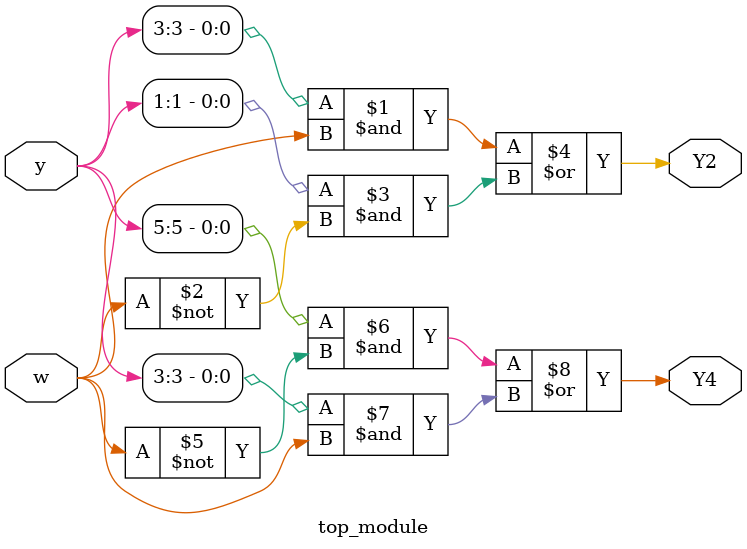
<source format=sv>
module top_module (
	input [6:1] y,
	input w,
	output Y2,
	output Y4
);

	// State transition logic for Y2
	assign Y2 = (y[3] & w) | (y[1] & ~w);

	// State transition logic for Y4
	assign Y4 = (y[5] & ~w) | (y[3] & w);

endmodule

</source>
